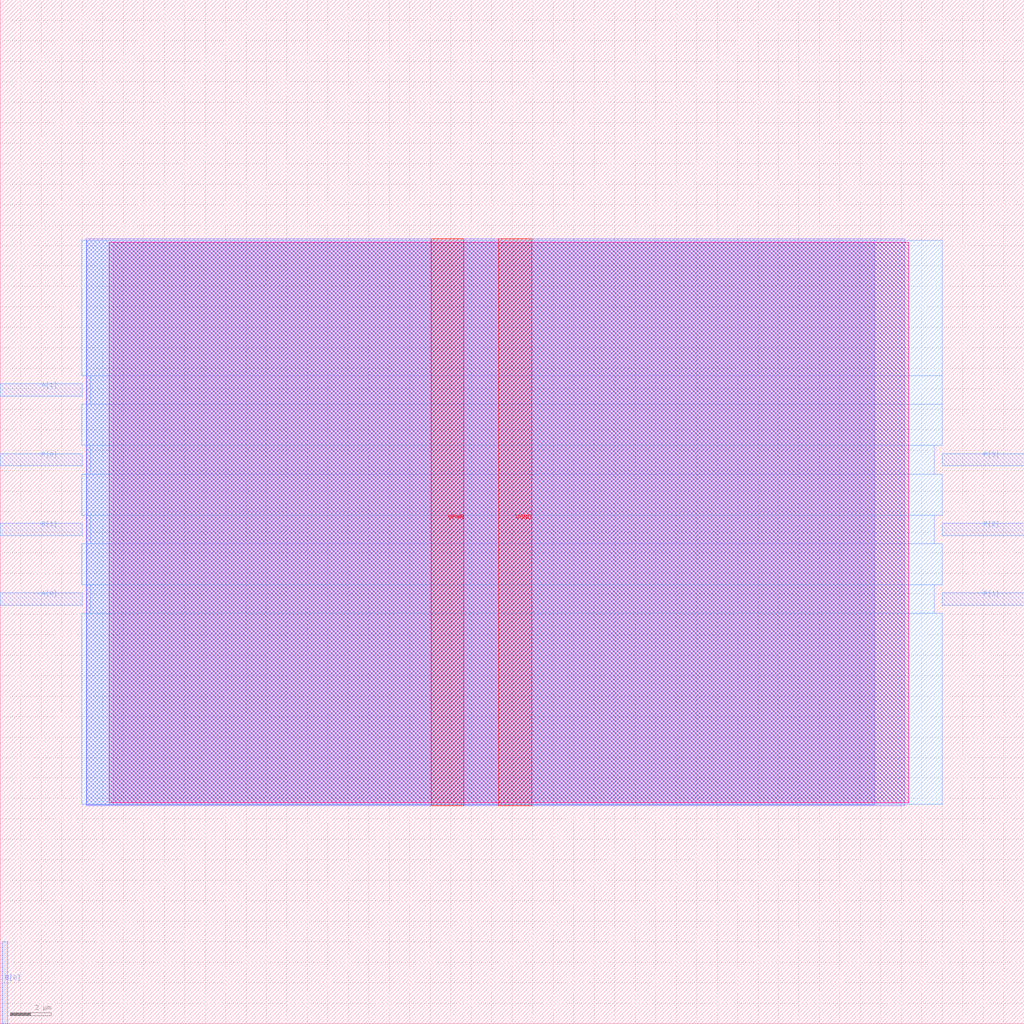
<source format=lef>
VERSION 5.7 ;
  NOWIREEXTENSIONATPIN ON ;
  DIVIDERCHAR "/" ;
  BUSBITCHARS "[]" ;
MACRO SarsaNada_e10
  CLASS BLOCK ;
  FOREIGN SarsaNada_e10 ;
  ORIGIN 0.000 0.000 ;
  SIZE 50.000 BY 50.000 ;
  PIN A[0]
    DIRECTION INPUT ;
    USE SIGNAL ;
    ANTENNAGATEAREA 0.196500 ;
    PORT
      LAYER met3 ;
        RECT 0.000 20.440 4.000 21.040 ;
    END
  END A[0]
  PIN A[1]
    DIRECTION INPUT ;
    USE SIGNAL ;
    ANTENNAGATEAREA 0.196500 ;
    PORT
      LAYER met3 ;
        RECT 0.000 30.640 4.000 31.240 ;
    END
  END A[1]
  PIN B[0]
    DIRECTION INPUT ;
    USE SIGNAL ;
    PORT
      LAYER met2 ;
        RECT 0.090 0.000 0.370 4.000 ;
    END
  END B[0]
  PIN B[1]
    DIRECTION INPUT ;
    USE SIGNAL ;
    ANTENNAGATEAREA 0.196500 ;
    PORT
      LAYER met3 ;
        RECT 0.000 23.840 4.000 24.440 ;
    END
  END B[1]
  PIN P[0]
    DIRECTION OUTPUT ;
    USE SIGNAL ;
    ANTENNADIFFAREA 0.445500 ;
    PORT
      LAYER met3 ;
        RECT 0.000 27.240 4.000 27.840 ;
    END
  END P[0]
  PIN P[1]
    DIRECTION OUTPUT ;
    USE SIGNAL ;
    ANTENNADIFFAREA 0.445500 ;
    PORT
      LAYER met3 ;
        RECT 46.000 20.440 50.000 21.040 ;
    END
  END P[1]
  PIN P[2]
    DIRECTION OUTPUT ;
    USE SIGNAL ;
    ANTENNADIFFAREA 0.445500 ;
    PORT
      LAYER met3 ;
        RECT 46.000 23.840 50.000 24.440 ;
    END
  END P[2]
  PIN P[3]
    DIRECTION OUTPUT ;
    USE SIGNAL ;
    PORT
      LAYER met3 ;
        RECT 46.000 27.240 50.000 27.840 ;
    END
  END P[3]
  PIN VGND
    DIRECTION INOUT ;
    USE GROUND ;
    PORT
      LAYER met4 ;
        RECT 24.340 10.640 25.940 38.320 ;
    END
  END VGND
  PIN VPWR
    DIRECTION INOUT ;
    USE POWER ;
    PORT
      LAYER met4 ;
        RECT 21.040 10.640 22.640 38.320 ;
    END
  END VPWR
  OBS
      LAYER nwell ;
        RECT 5.330 10.795 44.350 38.165 ;
      LAYER li1 ;
        RECT 5.520 10.795 44.160 38.165 ;
      LAYER met1 ;
        RECT 4.210 10.640 44.160 38.320 ;
      LAYER met2 ;
        RECT 4.230 10.695 42.690 38.265 ;
      LAYER met3 ;
        RECT 3.990 31.640 46.000 38.245 ;
        RECT 4.400 30.240 46.000 31.640 ;
        RECT 3.990 28.240 46.000 30.240 ;
        RECT 4.400 26.840 45.600 28.240 ;
        RECT 3.990 24.840 46.000 26.840 ;
        RECT 4.400 23.440 45.600 24.840 ;
        RECT 3.990 21.440 46.000 23.440 ;
        RECT 4.400 20.040 45.600 21.440 ;
        RECT 3.990 10.715 46.000 20.040 ;
  END
END SarsaNada_e10
END LIBRARY


</source>
